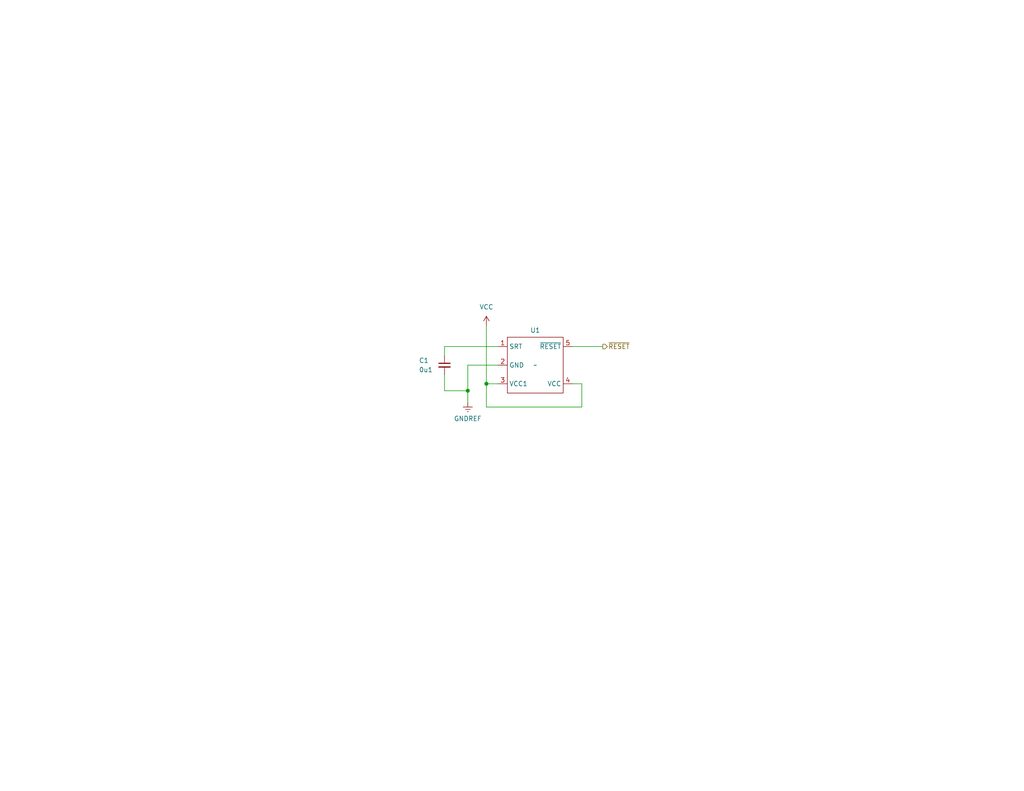
<source format=kicad_sch>
(kicad_sch (version 20230121) (generator eeschema)
  (paper "A")
  (title_block (title "Reset Module - Power-on Reset") (date "2022-10-29") (rev "1.0") (company "16-Bit Computer From Scratch") (comment 1 "Adam Clark (@eryjus)"))
  (lib_symbols
    (symbol "Device:C_Small" (pin_numbers hide) (pin_names (offset 0.254) hide)
      (property "Reference" "C" (at 0.254 1.778 0))
      (property "Value" "C_Small" (at 0.254 -2.032 0))
      (symbol "C_Small_0_1"
        (polyline (pts (xy -1.524 -0.508) (xy 1.524 -0.508)) (stroke (width 0.3302)))
        (polyline (pts (xy -1.524 0.508) (xy 1.524 0.508)) (stroke (width 0.3048)))
      )
      (symbol "C_Small_1_1"
        (pin passive line (at 0 2.54 270) (length 2.032) (name "~") (number "1"))
        (pin passive line (at 0 -2.54 90) (length 2.032) (name "~") (number "2"))
      )
    )
    (symbol "eryjus:LP3470A"
      (property "Reference" "U" (at 0 0 0))
      (symbol "LP3470A_0_1"
        (rectangle (start -7.62 7.62) (end 7.62 -7.62))
      )
      (symbol "LP3470A_1_1"
        (pin input line (at -10.16 5.08 0) (length 2.54) (name "SRT") (number "1"))
        (pin power_in line (at -10.16 0 0) (length 2.54) (name "GND") (number "2"))
        (pin power_in line (at -10.16 -5.08 0) (length 2.54) (name "VCC1") (number "3"))
        (pin power_in line (at 10.16 -5.08 180) (length 2.54) (name "VCC") (number "4"))
        (pin open_collector line (at 10.16 5.08 180) (length 2.54) (name "~{RESET}") (number "5"))
      )
    )
    (symbol "power:GNDREF" (power) (pin_names (offset 0))
      (property "Value" "GNDREF" (at 0 -3.81 0))
      (symbol "GNDREF_0_1"
        (polyline (pts (xy -0.635 -1.905) (xy 0.635 -1.905)))
        (polyline (pts (xy -0.127 -2.54) (xy 0.127 -2.54)))
        (polyline (pts (xy 0 -1.27) (xy 0 0)))
        (polyline (pts (xy 1.27 -1.27) (xy -1.27 -1.27)))
      )
      (symbol "GNDREF_1_1"
        (pin power_in line (at 0 0 270) (length 0) hide (name "GNDREF") (number "1"))
      )
    )
    (symbol "power:VCC" (power) (pin_names (offset 0))
      (property "Value" "VCC" (at 0 3.81 0))
      (symbol "VCC_0_1"
        (polyline (pts (xy -0.762 1.27) (xy 0 2.54)))
        (polyline (pts (xy 0 0) (xy 0 2.54)))
        (polyline (pts (xy 0 2.54) (xy 0.762 1.27)))
      )
      (symbol "VCC_1_1"
        (pin power_in line (at 0 0 90) (length 0) hide (name "VCC") (number "1"))
      )
    )
  )
  (junction (at 132.715 104.775))
  (junction (at 127.635 106.68))
  (wire (pts (xy 121.285 106.68) (xy 127.635 106.68)))
  (wire (pts (xy 127.635 99.695) (xy 127.635 106.68)))
  (wire (pts (xy 132.715 111.125) (xy 132.715 104.775)))
  (wire (pts (xy 132.715 104.775) (xy 135.89 104.775)))
  (wire (pts (xy 121.285 102.235) (xy 121.285 106.68)))
  (wire (pts (xy 164.465 94.615) (xy 156.21 94.615)))
  (wire (pts (xy 132.715 88.9) (xy 132.715 104.775)))
  (wire (pts (xy 135.89 94.615) (xy 121.285 94.615)))
  (wire (pts (xy 158.75 111.125) (xy 132.715 111.125)))
  (wire (pts (xy 127.635 106.68) (xy 127.635 109.855)))
  (wire (pts (xy 156.21 104.775) (xy 158.75 104.775)))
  (wire (pts (xy 135.89 99.695) (xy 127.635 99.695)))
  (wire (pts (xy 121.285 94.615) (xy 121.285 97.155)))
  (wire (pts (xy 158.75 104.775) (xy 158.75 111.125)))
  (hierarchical_label "~{RESET}" (shape output) (at 164.465 94.615 0))
  (symbol (lib_id "eryjus:LP3470A") (at 146.05 99.695 0) (unit 1)
    (property "Reference" "U1" (at 146.05 90.17 0))
    (property "Value" "~" (at 146.05 99.695 0))
  )
  (symbol (lib_id "Device:C_Small") (at 121.285 99.695 0) (unit 1)
    (property "Reference" "C1" (at 114.3 98.425 0) (effects (justify left)))
    (property "Value" "0u1" (at 114.3 100.965 0) (effects (justify left)))
  )
  (symbol (lib_id "power:VCC") (at 132.715 88.9 0) (mirror y) (unit 1)
    (property "Reference" "#PWR06" (effects hide))
    (property "Value" "VCC" (at 132.715 83.82 0))
  )
  (symbol (lib_id "power:GNDREF") (at 127.635 109.855 0) (unit 1)
    (property "Reference" "#PWR05" (effects hide))
    (property "Value" "GNDREF" (at 127.635 114.3 0))
  )
)
</source>
